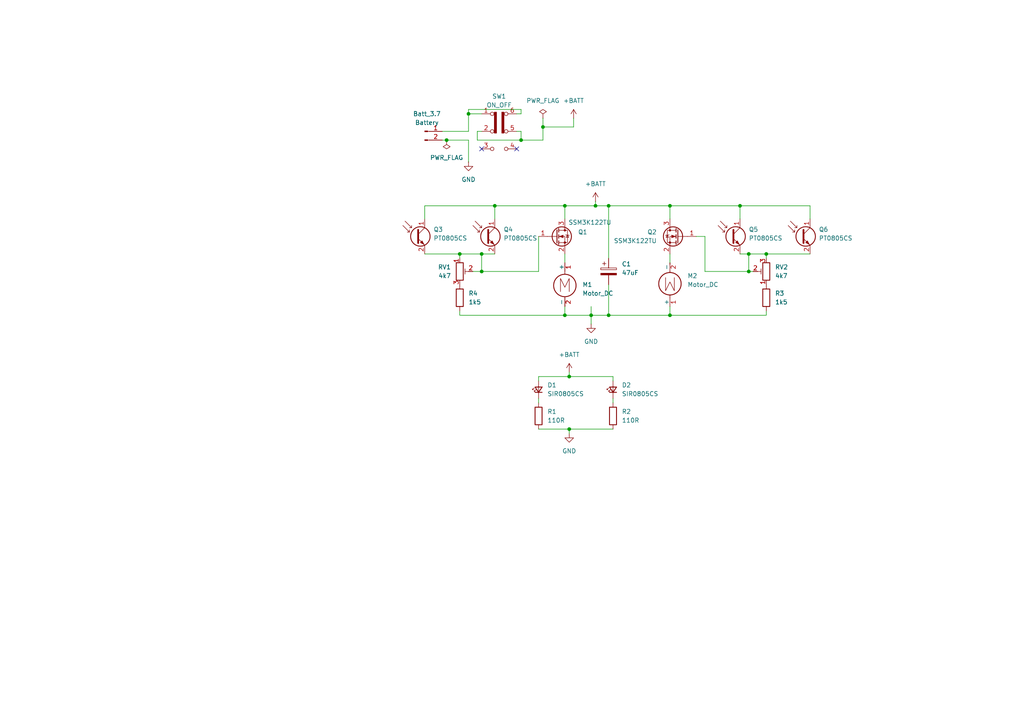
<source format=kicad_sch>
(kicad_sch (version 20231120) (generator "eeschema") (generator_version "8.0")
  (paper "A4")
  (lib_symbols
    (symbol "Connector:Conn_01x02_Pin" (pin_names (offset 1.016) hide)
      (property "Reference" "J" (at 0 2.54 0))
      (property "Value" "Conn_01x02_Pin" (at 0 -5.08 0))
      (symbol "Conn_01x02_Pin_1_1"
        (polyline (pts (xy 1.27 -2.54) (xy 0.8636 -2.54)) (stroke (width 0.1524)))
        (polyline (pts (xy 1.27 0) (xy 0.8636 0)) (stroke (width 0.1524)))
        (rectangle (start 0.8636 -2.413) (end 0 -2.667) (stroke (width 0.1524)) (fill (type outline)))
        (rectangle (start 0.8636 0.127) (end 0 -0.127) (stroke (width 0.1524)) (fill (type outline)))
        (pin passive line (at 5.08 0 180) (length 3.81) (name "Pin_1") (number "1"))
        (pin passive line (at 5.08 -2.54 180) (length 3.81) (name "Pin_2") (number "2"))
      )
    )
    (symbol "Device:C_Polarized" (pin_numbers hide) (pin_names (offset 0.254))
      (property "Reference" "C" (at 0.635 2.54 0))
      (property "Value" "C_Polarized" (at 0.635 -2.54 0))
      (symbol "C_Polarized_0_1"
        (rectangle (start -2.286 0.508) (end 2.286 1.016))
        (polyline (pts (xy -1.778 2.286) (xy -0.762 2.286)))
        (polyline (pts (xy -1.27 2.794) (xy -1.27 1.778)))
        (rectangle (start 2.286 -0.508) (end -2.286 -1.016) (fill (type outline)))
      )
      (symbol "C_Polarized_1_1"
        (pin passive line (at 0 3.81 270) (length 2.794) (name "~") (number "1"))
        (pin passive line (at 0 -3.81 90) (length 2.794) (name "~") (number "2"))
      )
    )
    (symbol "Device:LED_Small" (pin_numbers hide) (pin_names (offset 0.254) hide)
      (property "Reference" "D" (at -1.27 3.175 0))
      (property "Value" "LED_Small" (at -4.445 -2.54 0))
      (symbol "LED_Small_0_1"
        (polyline (pts (xy -0.762 -1.016) (xy -0.762 1.016)) (stroke (width 0.254)))
        (polyline (pts (xy 1.016 0) (xy -0.762 0)))
        (polyline (pts (xy 0.762 -1.016) (xy -0.762 0) (xy 0.762 1.016) (xy 0.762 -1.016)) (stroke (width 0.254)))
        (polyline (pts (xy 0 0.762) (xy -0.508 1.27) (xy -0.254 1.27) (xy -0.508 1.27) (xy -0.508 1.016)))
        (polyline (pts (xy 0.508 1.27) (xy 0 1.778) (xy 0.254 1.778) (xy 0 1.778) (xy 0 1.524)))
      )
      (symbol "LED_Small_1_1"
        (pin passive line (at -2.54 0 0) (length 1.778) (name "K") (number "1"))
        (pin passive line (at 2.54 0 180) (length 1.778) (name "A") (number "2"))
      )
    )
    (symbol "Device:R" (pin_numbers hide) (pin_names (offset 0))
      (property "Reference" "R" (at 2.032 0 90))
      (property "Value" "R" (at 0 0 90))
      (symbol "R_0_1"
        (rectangle (start -1.016 -2.54) (end 1.016 2.54) (stroke (width 0.254)))
      )
      (symbol "R_1_1"
        (pin passive line (at 0 3.81 270) (length 1.27) (name "~") (number "1"))
        (pin passive line (at 0 -3.81 90) (length 1.27) (name "~") (number "2"))
      )
    )
    (symbol "Device:R_Potentiometer_Trim" (pin_names (offset 1.016) hide)
      (property "Reference" "RV" (at -4.445 0 90))
      (property "Value" "R_Potentiometer_Trim" (at -2.54 0 90))
      (symbol "R_Potentiometer_Trim_0_1"
        (polyline (pts (xy 1.524 0.762) (xy 1.524 -0.762)))
        (polyline (pts (xy 2.54 0) (xy 1.524 0)))
        (rectangle (start 1.016 2.54) (end -1.016 -2.54) (stroke (width 0.254)))
      )
      (symbol "R_Potentiometer_Trim_1_1"
        (pin passive line (at 0 3.81 270) (length 1.27) (name "1") (number "1"))
        (pin passive line (at 3.81 0 180) (length 1.27) (name "2") (number "2"))
        (pin passive line (at 0 -3.81 90) (length 1.27) (name "3") (number "3"))
      )
    )
    (symbol "Motor:Motor_DC" (pin_names (offset 0))
      (property "Reference" "M" (at 2.54 2.54 0))
      (property "Value" "Motor_DC" (at 2.54 -5.08 0))
      (symbol "Motor_DC_0_0"
        (polyline (pts (xy -1.27 -3.302) (xy -1.27 0.508) (xy 0 -2.032) (xy 1.27 0.508) (xy 1.27 -3.302)))
      )
      (symbol "Motor_DC_0_1"
        (circle (center 0 -1.524) (radius 3.2512) (stroke (width 0.254)))
        (polyline (pts (xy 0 -7.62) (xy 0 -7.112)))
        (polyline (pts (xy 0 -4.7752) (xy 0 -5.1816)))
        (polyline (pts (xy 0 1.7272) (xy 0 2.0828)))
        (polyline (pts (xy 0 2.032) (xy 0 2.54)))
      )
      (symbol "Motor_DC_1_1"
        (pin passive line (at 0 5.08 270) (length 2.54) (name "+") (number "1"))
        (pin passive line (at 0 -7.62 90) (length 2.54) (name "-") (number "2"))
      )
    )
    (symbol "Sensor_Optical:BPW85C" (pin_names (offset 0) hide)
      (property "Reference" "Q" (at 5.08 1.27 0))
      (property "Value" "BPW85C" (at 5.08 -1.27 0))
      (symbol "BPW85C_0_1"
        (polyline (pts (xy -1.905 1.27) (xy -2.54 1.27)))
        (polyline (pts (xy -1.27 2.54) (xy -1.905 2.54)))
        (polyline (pts (xy 0.635 0.635) (xy 2.54 2.54)))
        (polyline (pts (xy -3.81 3.175) (xy -1.905 1.27) (xy -1.905 1.905)))
        (polyline (pts (xy -3.175 4.445) (xy -1.27 2.54) (xy -1.27 3.175)))
        (polyline (pts (xy 0.635 -0.635) (xy 2.54 -2.54) (xy 2.54 -2.54)))
        (polyline (pts (xy 0.635 1.905) (xy 0.635 -1.905) (xy 0.635 -1.905)) (stroke (width 0.508)))
        (polyline (pts (xy 1.27 -1.778) (xy 1.778 -1.27) (xy 2.286 -2.286) (xy 1.27 -1.778) (xy 1.27 -1.778)) (fill (type outline)))
        (circle (center 1.27 0) (radius 2.8194) (stroke (width 0.254)))
      )
      (symbol "BPW85C_1_1"
        (pin passive line (at 2.54 5.08 270) (length 2.54) (name "C") (number "1"))
        (pin passive line (at 2.54 -5.08 90) (length 2.54) (name "E") (number "2"))
      )
    )
    (symbol "Switch:SW_Slide_DPDT" (pin_names (offset 0) hide)
      (property "Reference" "SW" (at 0 6.858 0))
      (property "Value" "SW_Slide_DPDT" (at 0 -8.128 0))
      (symbol "SW_Slide_DPDT_0_0"
        (circle (center -2.032 -5.08) (radius 0.508))
        (circle (center -2.032 5.08) (radius 0.508))
        (circle (center 2.032 -5.08) (radius 0.508))
        (circle (center 2.032 0) (radius 0.508))
      )
      (symbol "SW_Slide_DPDT_0_1"
        (circle (center -2.032 0) (radius 0.508))
        (circle (center 2.032 5.08) (radius 0.508))
      )
      (symbol "SW_Slide_DPDT_1_1"
        (rectangle (start -1.397 5.588) (end -0.762 -0.508) (fill (type outline)))
        (rectangle (start 0.762 5.588) (end 1.397 -0.508) (fill (type outline)))
        (pin passive line (at -5.08 5.08 0) (length 2.54) (name "A") (number "1"))
        (pin passive line (at -5.08 0 0) (length 2.54) (name "B") (number "2"))
        (pin passive line (at -5.08 -5.08 0) (length 2.54) (name "C") (number "3"))
        (pin passive line (at 5.08 -5.08 180) (length 2.54) (name "A") (number "4"))
        (pin passive line (at 5.08 0 180) (length 2.54) (name "B") (number "5"))
        (pin passive line (at 5.08 5.08 180) (length 2.54) (name "C") (number "6"))
      )
    )
    (symbol "Transistor_FET:T2N7002AK" (pin_names hide)
      (property "Reference" "Q" (at 5.08 1.905 0))
      (property "Value" "T2N7002AK" (at 5.08 0 0))
      (symbol "T2N7002AK_0_1"
        (polyline (pts (xy 0.254 0) (xy -2.54 0)))
        (polyline (pts (xy 0.254 1.905) (xy 0.254 -1.905)) (stroke (width 0.254)))
        (polyline (pts (xy 0.762 -1.27) (xy 0.762 -2.286)) (stroke (width 0.254)))
        (polyline (pts (xy 0.762 0.508) (xy 0.762 -0.508)) (stroke (width 0.254)))
        (polyline (pts (xy 0.762 2.286) (xy 0.762 1.27)) (stroke (width 0.254)))
        (polyline (pts (xy 2.54 2.54) (xy 2.54 1.778)))
        (polyline (pts (xy 2.54 -2.54) (xy 2.54 0) (xy 0.762 0)))
        (polyline (pts (xy 0.762 -1.778) (xy 3.302 -1.778) (xy 3.302 1.778) (xy 0.762 1.778)))
        (polyline (pts (xy 1.016 0) (xy 2.032 0.381) (xy 2.032 -0.381) (xy 1.016 0)) (fill (type outline)))
        (polyline (pts (xy 2.794 0.508) (xy 2.921 0.381) (xy 3.683 0.381) (xy 3.81 0.254)))
        (polyline (pts (xy 3.302 0.381) (xy 2.921 -0.254) (xy 3.683 -0.254) (xy 3.302 0.381)))
        (circle (center 1.651 0) (radius 2.794) (stroke (width 0.254)))
        (circle (center 2.54 -1.778) (radius 0.254) (fill (type outline)))
        (circle (center 2.54 1.778) (radius 0.254) (fill (type outline)))
      )
      (symbol "T2N7002AK_1_1"
        (pin input line (at -5.08 0 0) (length 2.54) (name "G") (number "1"))
        (pin passive line (at 2.54 -5.08 90) (length 2.54) (name "S") (number "2"))
        (pin passive line (at 2.54 5.08 270) (length 2.54) (name "D") (number "3"))
      )
    )
    (symbol "power:+BATT" (power) (pin_numbers hide) (pin_names (offset 0) hide)
      (property "Value" "+BATT" (at 0 3.556 0))
      (symbol "+BATT_0_1"
        (polyline (pts (xy -0.762 1.27) (xy 0 2.54)))
        (polyline (pts (xy 0 0) (xy 0 2.54)))
        (polyline (pts (xy 0 2.54) (xy 0.762 1.27)))
      )
      (symbol "+BATT_1_1"
        (pin power_in line (at 0 0 90) (length 0) (name "~") (number "1"))
      )
    )
    (symbol "power:GND" (power) (pin_numbers hide) (pin_names (offset 0) hide)
      (property "Value" "GND" (at 0 -3.81 0))
      (symbol "GND_0_1"
        (polyline (pts (xy 0 0) (xy 0 -1.27) (xy 1.27 -1.27) (xy 0 -2.54) (xy -1.27 -1.27) (xy 0 -1.27)))
      )
      (symbol "GND_1_1"
        (pin power_in line (at 0 0 270) (length 0) (name "~") (number "1"))
      )
    )
    (symbol "power:PWR_FLAG" (power) (pin_numbers hide) (pin_names (offset 0) hide)
      (property "Value" "PWR_FLAG" (at 0 3.81 0))
      (symbol "PWR_FLAG_0_0"
        (pin power_out line (at 0 0 90) (length 0) (name "~") (number "1"))
      )
      (symbol "PWR_FLAG_0_1"
        (polyline (pts (xy 0 0) (xy 0 1.27) (xy -1.016 1.905) (xy 0 2.54) (xy 1.016 1.905) (xy 0 1.27)))
      )
    )
  )
  (junction (at 217.17 78.74))
  (junction (at 163.83 59.69))
  (junction (at 139.7 78.74))
  (junction (at 172.72 59.69))
  (junction (at 171.45 91.44))
  (junction (at 135.89 33.02))
  (junction (at 139.7 73.66))
  (junction (at 217.17 73.66))
  (junction (at 151.13 40.64))
  (junction (at 165.1 124.46))
  (junction (at 176.53 59.69))
  (junction (at 163.83 91.44))
  (junction (at 157.48 36.83))
  (junction (at 165.1 109.22))
  (junction (at 214.63 59.69))
  (junction (at 194.31 91.44))
  (junction (at 176.53 91.44))
  (junction (at 194.31 59.69))
  (junction (at 129.54 40.64))
  (junction (at 143.51 59.69))
  (junction (at 133.35 73.66))
  (junction (at 222.25 73.66))
  (no_connect (at 139.7 43.18))
  (no_connect (at 149.86 43.18))
  (wire (pts (xy 151.13 31.75) (xy 151.13 33.02)))
  (wire (pts (xy 217.17 73.66) (xy 217.17 78.74)))
  (wire (pts (xy 172.72 58.42) (xy 172.72 59.69)))
  (wire (pts (xy 163.83 91.44) (xy 171.45 91.44)))
  (wire (pts (xy 139.7 78.74) (xy 156.21 78.74)))
  (wire (pts (xy 165.1 124.46) (xy 156.21 124.46)))
  (wire (pts (xy 166.37 36.83) (xy 166.37 34.29)))
  (wire (pts (xy 135.89 40.64) (xy 135.89 46.99)))
  (wire (pts (xy 128.27 40.64) (xy 129.54 40.64)))
  (wire (pts (xy 234.95 63.5) (xy 234.95 59.69)))
  (wire (pts (xy 194.31 59.69) (xy 194.31 63.5)))
  (wire (pts (xy 133.35 73.66) (xy 133.35 74.93)))
  (wire (pts (xy 217.17 78.74) (xy 204.47 78.74)))
  (wire (pts (xy 171.45 91.44) (xy 171.45 88.9)))
  (wire (pts (xy 143.51 59.69) (xy 163.83 59.69)))
  (wire (pts (xy 139.7 73.66) (xy 143.51 73.66)))
  (wire (pts (xy 194.31 73.66) (xy 194.31 76.2)))
  (wire (pts (xy 177.8 115.57) (xy 177.8 116.84)))
  (wire (pts (xy 176.53 74.93) (xy 176.53 59.69)))
  (wire (pts (xy 133.35 73.66) (xy 139.7 73.66)))
  (wire (pts (xy 204.47 68.58) (xy 204.47 78.74)))
  (wire (pts (xy 123.19 73.66) (xy 133.35 73.66)))
  (wire (pts (xy 156.21 78.74) (xy 156.21 68.58)))
  (wire (pts (xy 176.53 59.69) (xy 194.31 59.69)))
  (wire (pts (xy 163.83 59.69) (xy 172.72 59.69)))
  (wire (pts (xy 222.25 73.66) (xy 222.25 74.93)))
  (wire (pts (xy 149.86 38.1) (xy 151.13 38.1)))
  (wire (pts (xy 218.44 78.74) (xy 217.17 78.74)))
  (wire (pts (xy 177.8 109.22) (xy 177.8 110.49)))
  (wire (pts (xy 123.19 63.5) (xy 123.19 59.69)))
  (wire (pts (xy 194.31 91.44) (xy 222.25 91.44)))
  (wire (pts (xy 135.89 38.1) (xy 135.89 33.02)))
  (wire (pts (xy 143.51 63.5) (xy 143.51 59.69)))
  (wire (pts (xy 176.53 82.55) (xy 176.53 91.44)))
  (wire (pts (xy 156.21 115.57) (xy 156.21 116.84)))
  (wire (pts (xy 151.13 40.64) (xy 151.13 38.1)))
  (wire (pts (xy 157.48 36.83) (xy 157.48 40.64)))
  (wire (pts (xy 165.1 109.22) (xy 177.8 109.22)))
  (wire (pts (xy 194.31 88.9) (xy 194.31 91.44)))
  (wire (pts (xy 222.25 91.44) (xy 222.25 90.17)))
  (wire (pts (xy 156.21 109.22) (xy 156.21 110.49)))
  (wire (pts (xy 214.63 73.66) (xy 217.17 73.66)))
  (wire (pts (xy 176.53 91.44) (xy 194.31 91.44)))
  (wire (pts (xy 194.31 59.69) (xy 214.63 59.69)))
  (wire (pts (xy 137.16 78.74) (xy 139.7 78.74)))
  (wire (pts (xy 135.89 31.75) (xy 151.13 31.75)))
  (wire (pts (xy 139.7 33.02) (xy 135.89 33.02)))
  (wire (pts (xy 138.43 38.1) (xy 139.7 38.1)))
  (wire (pts (xy 204.47 68.58) (xy 201.93 68.58)))
  (wire (pts (xy 157.48 36.83) (xy 166.37 36.83)))
  (wire (pts (xy 139.7 73.66) (xy 139.7 78.74)))
  (wire (pts (xy 133.35 91.44) (xy 163.83 91.44)))
  (wire (pts (xy 123.19 59.69) (xy 143.51 59.69)))
  (wire (pts (xy 156.21 109.22) (xy 165.1 109.22)))
  (wire (pts (xy 157.48 40.64) (xy 151.13 40.64)))
  (wire (pts (xy 157.48 34.29) (xy 157.48 36.83)))
  (wire (pts (xy 165.1 107.95) (xy 165.1 109.22)))
  (wire (pts (xy 129.54 40.64) (xy 135.89 40.64)))
  (wire (pts (xy 135.89 33.02) (xy 135.89 31.75)))
  (wire (pts (xy 214.63 59.69) (xy 234.95 59.69)))
  (wire (pts (xy 165.1 124.46) (xy 177.8 124.46)))
  (wire (pts (xy 138.43 40.64) (xy 151.13 40.64)))
  (wire (pts (xy 171.45 91.44) (xy 176.53 91.44)))
  (wire (pts (xy 151.13 33.02) (xy 149.86 33.02)))
  (wire (pts (xy 165.1 125.73) (xy 165.1 124.46)))
  (wire (pts (xy 222.25 73.66) (xy 234.95 73.66)))
  (wire (pts (xy 163.83 88.9) (xy 163.83 91.44)))
  (wire (pts (xy 172.72 59.69) (xy 176.53 59.69)))
  (wire (pts (xy 217.17 73.66) (xy 222.25 73.66)))
  (wire (pts (xy 138.43 38.1) (xy 138.43 40.64)))
  (wire (pts (xy 171.45 91.44) (xy 171.45 93.98)))
  (wire (pts (xy 133.35 90.17) (xy 133.35 91.44)))
  (wire (pts (xy 214.63 63.5) (xy 214.63 59.69)))
  (wire (pts (xy 163.83 59.69) (xy 163.83 63.5)))
  (wire (pts (xy 163.83 73.66) (xy 163.83 76.2)))
  (wire (pts (xy 128.27 38.1) (xy 135.89 38.1)))
  (symbol (lib_id "Sensor_Optical:BPW85C") (at 212.09 68.58 0) (unit 1)
    (property "Reference" "Q5" (at 217.17 66.5606 0) (effects (justify left)))
    (property "Value" "PT0805CS" (at 217.17 69.1006 0) (effects (justify left)))
    (property "Footprint" "LED_SMD:LED_0805_2012Metric_Pad1.15x1.40mm_HandSolder" (effects (hide yes)))
    (property "Datasheet" "https://www.vishay.com/docs/81531/bpw85a.pdf" (effects (hide yes)))
    (property "Description" "Silicon NPN Phototransistor, Ica = 3-8mA, T-1" (effects (hide yes)))
  )
  (symbol (lib_id "Sensor_Optical:BPW85C") (at 232.41 68.58 0) (unit 1)
    (property "Reference" "Q6" (at 237.49 66.5606 0) (effects (justify left)))
    (property "Value" "PT0805CS" (at 237.49 69.1006 0) (effects (justify left)))
    (property "Footprint" "LED_SMD:LED_0805_2012Metric_Pad1.15x1.40mm_HandSolder" (effects (hide yes)))
    (property "Datasheet" "https://www.vishay.com/docs/81531/bpw85a.pdf" (effects (hide yes)))
    (property "Description" "Silicon NPN Phototransistor, Ica = 3-8mA, T-1" (effects (hide yes)))
  )
  (symbol (lib_id "power:GND") (at 171.45 93.98 0) (unit 1)
    (property "Reference" "#PWR01" (effects (hide yes)))
    (property "Value" "GND" (at 171.45 99.06 0))
    (property "Description" "Power symbol creates a global label with name \"GND\" , ground" (effects (hide yes)))
  )
  (symbol (lib_id "Motor:Motor_DC") (at 163.83 81.28 0) (unit 1)
    (property "Reference" "M1" (at 168.91 82.5499 0) (effects (justify left)))
    (property "Value" "Motor_DC" (at 168.91 85.0899 0) (effects (justify left)))
    (property "Footprint" "Connector_PinHeader_1.27mm:PinHeader_1x02_P1.27mm_Vertical" (effects (hide yes)))
    (property "Description" "DC Motor" (effects (hide yes)))
  )
  (symbol (lib_id "Device:LED_Small") (at 177.8 113.03 90) (unit 1)
    (property "Reference" "D2" (at 180.34 111.6964 90) (effects (justify right)))
    (property "Value" "SIR0805CS" (at 180.34 114.2364 90) (effects (justify right)))
    (property "Footprint" "LED_SMD:LED_0805_2012Metric_Pad1.15x1.40mm_HandSolder" (effects (hide yes)))
    (property "Description" "Light emitting diode, small symbol" (effects (hide yes)))
  )
  (symbol (lib_id "Device:R") (at 133.35 86.36 0) (unit 1)
    (property "Reference" "R4" (at 135.89 85.0899 0) (effects (justify left)))
    (property "Value" "1k5" (at 135.89 87.6299 0) (effects (justify left)))
    (property "Footprint" "Resistor_SMD:R_0805_2012Metric" (effects (hide yes)))
    (property "Description" "Resistor" (effects (hide yes)))
  )
  (symbol (lib_id "Device:LED_Small") (at 156.21 113.03 90) (unit 1)
    (property "Reference" "D1" (at 158.75 111.6964 90) (effects (justify right)))
    (property "Value" "SIR0805CS" (at 158.75 114.2364 90) (effects (justify right)))
    (property "Footprint" "LED_SMD:LED_0805_2012Metric_Pad1.15x1.40mm_HandSolder" (effects (hide yes)))
    (property "Description" "Light emitting diode, small symbol" (effects (hide yes)))
  )
  (symbol (lib_id "Device:R_Potentiometer_Trim") (at 222.25 78.74 180) (unit 1)
    (property "Reference" "RV2" (at 224.79 77.4699 0) (effects (justify right)))
    (property "Value" "4k7" (at 224.79 80.0099 0) (effects (justify right)))
    (property "Footprint" "Potentiometer_SMD:Potentiometer_Bourns_TC33X_Vertical" (effects (hide yes)))
    (property "Description" "Trim-potentiometer" (effects (hide yes)))
  )
  (symbol (lib_id "Sensor_Optical:BPW85C") (at 120.65 68.58 0) (unit 1)
    (property "Reference" "Q3" (at 125.73 66.5606 0) (effects (justify left)))
    (property "Value" "PT0805CS" (at 125.73 69.1006 0) (effects (justify left)))
    (property "Footprint" "LED_SMD:LED_0805_2012Metric_Pad1.15x1.40mm_HandSolder" (effects (hide yes)))
    (property "Datasheet" "https://www.vishay.com/docs/81531/bpw85a.pdf" (effects (hide yes)))
    (property "Description" "Silicon NPN Phototransistor, Ica = 3-8mA, T-1" (effects (hide yes)))
  )
  (symbol (lib_id "Connector:Conn_01x02_Pin") (at 123.19 38.1 0) (unit 1)
    (property "Reference" "Batt_3.7" (at 123.825 33.02 0))
    (property "Value" "Battery" (at 123.825 35.56 0))
    (property "Footprint" "Connector_JST:JST_PH_B2B-PH-K_1x02_P2.00mm_Vertical" (effects (hide yes)))
    (property "Description" "Generic connector, single row, 01x02, script generated" (effects (hide yes)))
  )
  (symbol (lib_id "Transistor_FET:T2N7002AK") (at 196.85 68.58 0) (mirror y) (unit 1)
    (property "Reference" "Q2" (at 190.5 67.3099 0) (effects (justify left)))
    (property "Value" "SSM3K122TU" (at 190.5 69.8499 0) (effects (justify left)))
    (property "Footprint" "Package_TO_SOT_SMD:SOT-323_SC-70" (effects (hide yes)))
    (property "Datasheet" "https://toshiba.semicon-storage.com/info/docget.jsp?did=29712&prodName=T2N7002AK" (effects (hide yes)))
    (property "Description" "60V Vds, 0.2A Id, N-Channel MOSFET, SOT-23" (effects (hide yes)))
  )
  (symbol (lib_id "power:PWR_FLAG") (at 129.54 40.64 180) (unit 1)
    (property "Reference" "#FLG02" (effects (hide yes)))
    (property "Value" "PWR_FLAG" (at 129.54 45.72 0))
    (property "Description" "Special symbol for telling ERC where power comes from" (effects (hide yes)))
  )
  (symbol (lib_id "Device:R") (at 177.8 120.65 0) (unit 1)
    (property "Reference" "R2" (at 180.34 119.3799 0) (effects (justify left)))
    (property "Value" "110R" (at 180.34 121.9199 0) (effects (justify left)))
    (property "Footprint" "Resistor_SMD:R_0805_2012Metric" (effects (hide yes)))
    (property "Description" "Resistor" (effects (hide yes)))
  )
  (symbol (lib_id "power:GND") (at 135.89 46.99 0) (unit 1)
    (property "Reference" "#PWR03" (effects (hide yes)))
    (property "Value" "GND" (at 135.89 52.07 0))
    (property "Description" "Power symbol creates a global label with name \"GND\" , ground" (effects (hide yes)))
  )
  (symbol (lib_id "Motor:Motor_DC") (at 194.31 83.82 180) (unit 1)
    (property "Reference" "M2" (at 199.39 80.0099 0) (effects (justify right)))
    (property "Value" "Motor_DC" (at 199.39 82.5499 0) (effects (justify right)))
    (property "Footprint" "Connector_PinHeader_1.27mm:PinHeader_1x02_P1.27mm_Vertical" (effects (hide yes)))
    (property "Description" "DC Motor" (effects (hide yes)))
  )
  (symbol (lib_id "power:+BATT") (at 165.1 107.95 0) (unit 1)
    (property "Reference" "#PWR05" (effects (hide yes)))
    (property "Value" "+BATT" (at 165.1 102.87 0))
    (property "Description" "Power symbol creates a global label with name \"+BATT\"" (effects (hide yes)))
  )
  (symbol (lib_id "power:+BATT") (at 172.72 58.42 0) (unit 1)
    (property "Reference" "#PWR02" (effects (hide yes)))
    (property "Value" "+BATT" (at 172.72 53.34 0))
    (property "Description" "Power symbol creates a global label with name \"+BATT\"" (effects (hide yes)))
  )
  (symbol (lib_id "power:PWR_FLAG") (at 157.48 34.29 0) (unit 1)
    (property "Reference" "#FLG01" (effects (hide yes)))
    (property "Value" "PWR_FLAG" (at 157.48 29.21 0))
    (property "Description" "Special symbol for telling ERC where power comes from" (effects (hide yes)))
  )
  (symbol (lib_id "Device:R_Potentiometer_Trim") (at 133.35 78.74 0) (unit 1)
    (property "Reference" "RV1" (at 130.81 77.4699 0) (effects (justify right)))
    (property "Value" "4k7" (at 130.81 80.0099 0) (effects (justify right)))
    (property "Footprint" "Potentiometer_SMD:Potentiometer_Bourns_TC33X_Vertical" (effects (hide yes)))
    (property "Description" "Trim-potentiometer" (effects (hide yes)))
  )
  (symbol (lib_id "Transistor_FET:T2N7002AK") (at 161.29 68.58 0) (unit 1)
    (property "Reference" "Q1" (at 167.64 67.3099 0) (effects (justify left)))
    (property "Value" "SSM3K122TU" (at 164.846 64.516 0) (effects (justify left)))
    (property "Footprint" "Package_TO_SOT_SMD:SOT-323_SC-70" (effects (hide yes)))
    (property "Datasheet" "https://toshiba.semicon-storage.com/info/docget.jsp?did=29712&prodName=T2N7002AK" (effects (hide yes)))
    (property "Description" "60V Vds, 0.2A Id, N-Channel MOSFET, SOT-23" (effects (hide yes)))
  )
  (symbol (lib_id "Sensor_Optical:BPW85C") (at 140.97 68.58 0) (unit 1)
    (property "Reference" "Q4" (at 146.05 66.5606 0) (effects (justify left)))
    (property "Value" "PT0805CS" (at 146.05 69.1006 0) (effects (justify left)))
    (property "Footprint" "LED_SMD:LED_0805_2012Metric_Pad1.15x1.40mm_HandSolder" (effects (hide yes)))
    (property "Datasheet" "https://www.vishay.com/docs/81531/bpw85a.pdf" (effects (hide yes)))
    (property "Description" "Silicon NPN Phototransistor, Ica = 3-8mA, T-1" (effects (hide yes)))
  )
  (symbol (lib_id "Switch:SW_Slide_DPDT") (at 144.78 38.1 0) (unit 1)
    (property "Reference" "SW1" (at 144.78 27.94 0))
    (property "Value" "ON_OFF" (at 144.78 30.48 0))
    (property "Footprint" "Connector_PinSocket_2.54mm:PinSocket_2x03_P2.54mm_Vertical_SMD" (effects (hide yes)))
    (property "Description" "Slide Switch, dual pole double throw" (effects (hide yes)))
  )
  (symbol (lib_id "Device:R") (at 222.25 86.36 0) (unit 1)
    (property "Reference" "R3" (at 224.79 85.0899 0) (effects (justify left)))
    (property "Value" "1k5" (at 224.79 87.6299 0) (effects (justify left)))
    (property "Footprint" "Resistor_SMD:R_0805_2012Metric" (effects (hide yes)))
    (property "Description" "Resistor" (effects (hide yes)))
  )
  (symbol (lib_id "power:GND") (at 165.1 125.73 0) (unit 1)
    (property "Reference" "#PWR06" (effects (hide yes)))
    (property "Value" "GND" (at 165.1 130.81 0))
    (property "Description" "Power symbol creates a global label with name \"GND\" , ground" (effects (hide yes)))
  )
  (symbol (lib_id "Device:C_Polarized") (at 176.53 78.74 0) (unit 1)
    (property "Reference" "C1" (at 180.34 76.5809 0) (effects (justify left)))
    (property "Value" "47uF" (at 180.34 79.1209 0) (effects (justify left)))
    (property "Footprint" "Capacitor_SMD:CP_Elec_5x5.4" (effects (hide yes)))
    (property "Description" "Polarized capacitor" (effects (hide yes)))
  )
  (symbol (lib_id "power:+BATT") (at 166.37 34.29 0) (unit 1)
    (property "Reference" "#PWR04" (effects (hide yes)))
    (property "Value" "+BATT" (at 166.37 29.21 0))
    (property "Description" "Power symbol creates a global label with name \"+BATT\"" (effects (hide yes)))
  )
  (symbol (lib_id "Device:R") (at 156.21 120.65 0) (unit 1)
    (property "Reference" "R1" (at 158.75 119.3799 0) (effects (justify left)))
    (property "Value" "110R" (at 158.75 121.9199 0) (effects (justify left)))
    (property "Footprint" "Resistor_SMD:R_0805_2012Metric" (effects (hide yes)))
    (property "Description" "Resistor" (effects (hide yes)))
  )
)
</source>
